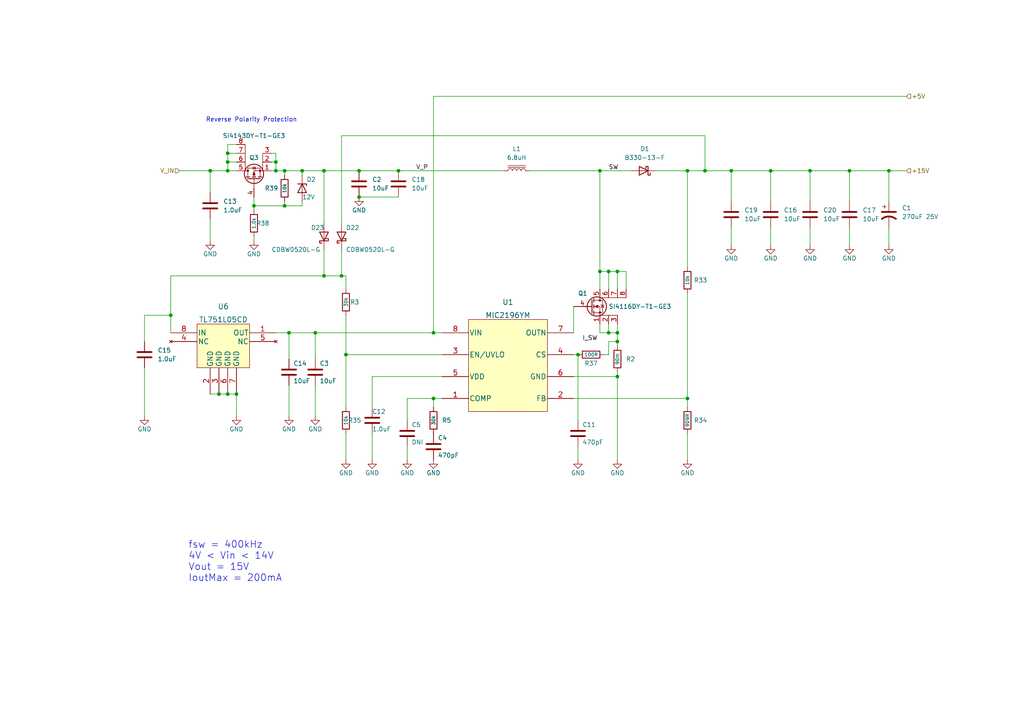
<source format=kicad_sch>
(kicad_sch (version 20211123) (generator eeschema)
  (paper "A4")
  (title_block (title "LED RING DRIVER") (date "2022-01-15") (rev "1.3") (company "SPARTAN 971"))
  (lib_symbols
    (symbol "Device:C" (pin_numbers hide) (pin_names (offset 0.254))
      (property "Reference" "C" (at 0.635 2.54 0))
      (property "Value" "C" (at 0.635 -2.54 0))
      (symbol "C_0_1"
        (polyline (pts (xy -2.032 -0.762) (xy 2.032 -0.762)) (stroke (width 0.508)))
        (polyline (pts (xy -2.032 0.762) (xy 2.032 0.762)) (stroke (width 0.508)))
      )
      (symbol "C_1_1"
        (pin passive line (at 0 3.81 270) (length 2.794) (name "~") (number "1"))
        (pin passive line (at 0 -3.81 90) (length 2.794) (name "~") (number "2"))
      )
    )
    (symbol "Device:C_Polarized_US" (pin_numbers hide) (pin_names (offset 0.254) hide)
      (property "Reference" "C20" (at 3.81 1.9051 0))
      (property "Value" "270uF 25V" (at 3.81 -0.6349 0))
      (symbol "C_Polarized_US_0_1"
        (polyline (pts (xy -2.032 0.762) (xy 2.032 0.762)) (stroke (width 0.508)))
        (polyline (pts (xy -1.778 2.286) (xy -0.762 2.286)))
        (polyline (pts (xy -1.27 1.778) (xy -1.27 2.794)))
        (arc (start 2.032 -1.27) (mid 0 -0.5572) (end -2.032 -1.27) (stroke (width 0.508)))
      )
      (symbol "C_Polarized_US_1_1"
        (pin passive line (at 0 -3.81 90) (length 3.302) (name "~") (number "N"))
        (pin passive line (at 0 3.81 270) (length 2.794) (name "~") (number "P"))
      )
    )
    (symbol "Device:D_Schottky" (pin_numbers hide) (pin_names (offset 1.016) hide)
      (property "Reference" "D" (at 0 2.54 0))
      (property "Value" "D_Schottky" (at 0 -2.54 0))
      (symbol "D_Schottky_0_1"
        (polyline (pts (xy 1.27 0) (xy -1.27 0)))
        (polyline (pts (xy 1.27 1.27) (xy 1.27 -1.27) (xy -1.27 0) (xy 1.27 1.27)) (stroke (width 0.254)))
        (polyline (pts (xy -1.905 0.635) (xy -1.905 1.27) (xy -1.27 1.27) (xy -1.27 -1.27) (xy -0.635 -1.27) (xy -0.635 -0.635)) (stroke (width 0.254)))
      )
      (symbol "D_Schottky_1_1"
        (pin passive line (at -3.81 0 0) (length 2.54) (name "K") (number "1"))
        (pin passive line (at 3.81 0 180) (length 2.54) (name "A") (number "2"))
      )
    )
    (symbol "Device:D_Zener" (pin_numbers hide) (pin_names (offset 1.016) hide)
      (property "Reference" "D" (at 0 2.54 0))
      (property "Value" "D_Zener" (at 0 -2.54 0))
      (symbol "D_Zener_0_1"
        (polyline (pts (xy 1.27 0) (xy -1.27 0)))
        (polyline (pts (xy -1.27 -1.27) (xy -1.27 1.27) (xy -0.762 1.27)) (stroke (width 0.254)))
        (polyline (pts (xy 1.27 -1.27) (xy 1.27 1.27) (xy -1.27 0) (xy 1.27 -1.27)) (stroke (width 0.254)))
      )
      (symbol "D_Zener_1_1"
        (pin passive line (at -3.81 0 0) (length 2.54) (name "K") (number "1"))
        (pin passive line (at 3.81 0 180) (length 2.54) (name "A") (number "2"))
      )
    )
    (symbol "Device:L_Iron" (pin_numbers hide) (pin_names (offset 1.016) hide)
      (property "Reference" "L" (at -1.27 0 90))
      (property "Value" "L_Iron" (at 2.794 0 90))
      (symbol "L_Iron_0_1"
        (arc (start 0 -2.54) (mid 0.635 -1.905) (end 0 -1.27))
        (arc (start 0 -1.27) (mid 0.635 -0.635) (end 0 0))
        (polyline (pts (xy 1.016 2.54) (xy 1.016 -2.54)))
        (polyline (pts (xy 1.524 -2.54) (xy 1.524 2.54)))
        (arc (start 0 0) (mid 0.635 0.635) (end 0 1.27))
        (arc (start 0 1.27) (mid 0.635 1.905) (end 0 2.54))
      )
      (symbol "L_Iron_1_1"
        (pin passive line (at 0 3.81 270) (length 1.27) (name "1") (number "1"))
        (pin passive line (at 0 -3.81 90) (length 1.27) (name "2") (number "2"))
      )
    )
    (symbol "Device:Q_NMOS_SGD" (pin_names (offset 0) hide)
      (property "Reference" "Q?" (at 6.35 1.2701 0))
      (property "Value" "SI4116DY-T1-GE3" (at 6.35 -1.2699 0))
      (symbol "Q_NMOS_SGD_0_1"
        (polyline (pts (xy 0.254 0) (xy -2.54 0)))
        (polyline (pts (xy 0.254 1.905) (xy 0.254 -1.905)) (stroke (width 0.254)))
        (polyline (pts (xy 0.762 -1.27) (xy 0.762 -2.286)) (stroke (width 0.254)))
        (polyline (pts (xy 0.762 0.508) (xy 0.762 -0.508)) (stroke (width 0.254)))
        (polyline (pts (xy 0.762 2.286) (xy 0.762 1.27)) (stroke (width 0.254)))
        (polyline (pts (xy 2.54 2.54) (xy 2.54 1.778)))
        (polyline (pts (xy 7.62 -2.54) (xy 2.54 -2.54)))
        (polyline (pts (xy 10.16 2.54) (xy 2.54 2.54)))
        (polyline (pts (xy 2.54 -2.54) (xy 2.54 0) (xy 0.762 0)))
        (polyline (pts (xy 0.762 -1.778) (xy 3.302 -1.778) (xy 3.302 1.778) (xy 0.762 1.778)))
        (polyline (pts (xy 1.016 0) (xy 2.032 0.381) (xy 2.032 -0.381) (xy 1.016 0)) (fill (type outline)))
        (polyline (pts (xy 2.794 0.508) (xy 2.921 0.381) (xy 3.683 0.381) (xy 3.81 0.254)))
        (polyline (pts (xy 3.302 0.381) (xy 2.921 -0.254) (xy 3.683 -0.254) (xy 3.302 0.381)))
        (circle (center 1.651 0) (radius 2.794) (stroke (width 0.254)))
        (circle (center 2.54 -1.778) (radius 0.254) (fill (type outline)))
        (circle (center 2.54 1.778) (radius 0.254) (fill (type outline)))
      )
      (symbol "Q_NMOS_SGD_1_1"
        (pin passive line (at 2.54 -5.08 90) (length 2.54) (name "S") (number "1"))
        (pin passive line (at 5.08 -5.08 90) (length 2.54) (name "S") (number "2"))
        (pin passive line (at 7.62 -5.08 90) (length 2.54) (name "S") (number "3"))
        (pin input line (at -5.08 0 0) (length 5.08) (name "G") (number "4"))
        (pin passive line (at 2.54 5.08 270) (length 2.54) (name "D") (number "5"))
        (pin passive line (at 5.08 5.08 270) (length 2.54) (name "D") (number "6"))
        (pin passive line (at 7.62 5.08 270) (length 2.54) (name "D") (number "7"))
        (pin passive line (at 10.16 5.08 270) (length 2.54) (name "D") (number "8"))
      )
    )
    (symbol "Device:Q_PMOS_SGD" (pin_names (offset 0) hide)
      (property "Reference" "Q?" (at 0 10.16 90))
      (property "Value" "Q_PMOS_SGD" (at 0 7.62 90))
      (symbol "Q_PMOS_SGD_0_1"
        (polyline (pts (xy 0.254 0) (xy -2.54 0)))
        (polyline (pts (xy 0.254 1.905) (xy 0.254 -1.905)) (stroke (width 0.254)))
        (polyline (pts (xy 0.762 -1.27) (xy 0.762 -2.286)) (stroke (width 0.254)))
        (polyline (pts (xy 0.762 0.508) (xy 0.762 -0.508)) (stroke (width 0.254)))
        (polyline (pts (xy 0.762 2.286) (xy 0.762 1.27)) (stroke (width 0.254)))
        (polyline (pts (xy 2.54 2.54) (xy 2.54 1.778)))
        (polyline (pts (xy 2.54 2.54) (xy 10.16 2.54)))
        (polyline (pts (xy 7.62 -2.54) (xy 2.54 -2.54)))
        (polyline (pts (xy 2.54 -2.54) (xy 2.54 0) (xy 0.762 0)))
        (polyline (pts (xy 0.762 1.778) (xy 3.302 1.778) (xy 3.302 -1.778) (xy 0.762 -1.778)))
        (polyline (pts (xy 2.286 0) (xy 1.27 0.381) (xy 1.27 -0.381) (xy 2.286 0)) (fill (type outline)))
        (polyline (pts (xy 2.794 -0.508) (xy 2.921 -0.381) (xy 3.683 -0.381) (xy 3.81 -0.254)))
        (polyline (pts (xy 3.302 -0.381) (xy 2.921 0.254) (xy 3.683 0.254) (xy 3.302 -0.381)))
        (circle (center 1.651 0) (radius 2.794) (stroke (width 0.254)))
        (circle (center 2.54 -1.778) (radius 0.254) (fill (type outline)))
        (circle (center 2.54 1.778) (radius 0.254) (fill (type outline)))
      )
      (symbol "Q_PMOS_SGD_1_1"
        (pin passive line (at 2.54 -5.08 90) (length 2.54) (name "S") (number "1"))
        (pin passive line (at 5.08 -5.08 90) (length 2.54) (name "S") (number "2"))
        (pin passive line (at 7.62 -5.08 90) (length 2.54) (name "S") (number "3"))
        (pin input line (at -5.08 0 0) (length 2.54) (name "G") (number "4"))
        (pin passive line (at 2.54 5.08 270) (length 2.54) (name "D") (number "5"))
        (pin passive line (at 5.08 5.08 270) (length 2.54) (name "D") (number "6"))
        (pin passive line (at 7.62 5.08 270) (length 2.54) (name "D") (number "7"))
        (pin passive line (at 10.16 5.08 270) (length 2.54) (name "D") (number "8"))
      )
    )
    (symbol "Device:R" (pin_numbers hide) (pin_names (offset 0))
      (property "Reference" "R" (at 2.032 0 90))
      (property "Value" "R" (at 0 0 90))
      (symbol "R_0_1"
        (rectangle (start -1.016 -2.54) (end 1.016 2.54) (stroke (width 0.254)))
      )
      (symbol "R_1_1"
        (pin passive line (at 0 3.81 270) (length 1.27) (name "~") (number "1"))
        (pin passive line (at 0 -3.81 90) (length 1.27) (name "~") (number "2"))
      )
    )
    (symbol "led-ring-driver:MIC2196YM" (pin_names (offset 0.254))
      (property "Reference" "U" (at 22.86 10.16 0))
      (property "Value" "MIC2196YM" (at 22.86 7.62 0))
      (symbol "MIC2196YM_1_1"
        (rectangle (start 7.62 3.81) (end 30.48 -22.86) (fill (type background)))
        (pin output line (at 0 -19.05 0) (length 7.62) (name "COMP") (number "1"))
        (pin input line (at 38.1 -19.05 180) (length 7.62) (name "FB") (number "2"))
        (pin input line (at 0 -6.35 0) (length 7.62) (name "EN/UVLO") (number "3"))
        (pin input line (at 38.1 -6.35 180) (length 7.62) (name "CS") (number "4"))
        (pin power_in line (at 0 -12.7 0) (length 7.62) (name "VDD") (number "5"))
        (pin power_in line (at 38.1 -12.7 180) (length 7.62) (name "GND") (number "6"))
        (pin output line (at 38.1 0 180) (length 7.62) (name "OUTN") (number "7"))
        (pin input line (at 0 0 0) (length 7.62) (name "VIN") (number "8"))
      )
    )
    (symbol "led-ring-driver:TL751L05CD" (pin_names (offset 0.254))
      (property "Reference" "U" (at -6.35 6.35 0))
      (property "Value" "TL751L05CD" (at 0 3.81 0))
      (symbol "TL751L05CD_1_1"
        (rectangle (start -7.62 2.54) (end 7.62 -10.16) (fill (type background)))
        (pin output line (at 15.24 0 180) (length 7.62) (name "OUT") (number "1"))
        (pin unspecified line (at -3.81 -17.78 90) (length 7.62) (name "GND") (number "2"))
        (pin unspecified line (at -1.27 -17.78 90) (length 7.62) (name "GND") (number "3"))
        (pin no_connect line (at -15.24 -2.54 0) (length 7.62) (name "NC") (number "4"))
        (pin no_connect line (at 15.24 -2.54 180) (length 7.62) (name "NC") (number "5"))
        (pin unspecified line (at 1.27 -17.78 90) (length 7.62) (name "GND") (number "6"))
        (pin unspecified line (at 3.81 -17.78 90) (length 7.62) (name "GND") (number "7"))
        (pin input line (at -15.24 0 0) (length 7.62) (name "IN") (number "8"))
      )
    )
    (symbol "power:GND" (power) (pin_names (offset 0))
      (property "Value" "GND" (at 0 -3.81 0))
      (symbol "GND_0_1"
        (polyline (pts (xy 0 0) (xy 0 -1.27) (xy 1.27 -1.27) (xy 0 -2.54) (xy -1.27 -1.27) (xy 0 -1.27)))
      )
      (symbol "GND_1_1"
        (pin power_in line (at 0 0 270) (length 0) hide (name "GND") (number "1"))
      )
    )
  )
  (junction (at 91.44 96.52))
  (junction (at 66.04 114.3))
  (junction (at 173.99 49.53))
  (junction (at 82.55 59.69))
  (junction (at 87.63 49.53))
  (junction (at 104.14 49.53))
  (junction (at 63.5 114.3))
  (junction (at 125.73 115.57))
  (junction (at 179.07 109.22))
  (junction (at 66.04 46.99))
  (junction (at 60.96 49.53))
  (junction (at 199.39 49.53))
  (junction (at 223.52 49.53))
  (junction (at 68.58 114.3))
  (junction (at 66.04 44.45))
  (junction (at 234.95 49.53))
  (junction (at 167.64 102.87))
  (junction (at 83.82 96.52))
  (junction (at 176.53 78.74))
  (junction (at 212.09 49.53))
  (junction (at 104.14 57.15))
  (junction (at 80.01 49.53))
  (junction (at 125.73 96.52))
  (junction (at 176.53 96.52))
  (junction (at 199.39 115.57))
  (junction (at 179.07 78.74))
  (junction (at 204.47 49.53))
  (junction (at 115.57 49.53))
  (junction (at 100.33 102.87))
  (junction (at 73.66 59.69))
  (junction (at 173.99 78.74))
  (junction (at 66.04 49.53))
  (junction (at 246.38 49.53))
  (junction (at 82.55 49.53))
  (junction (at 99.06 80.01))
  (junction (at 93.98 80.01))
  (junction (at 80.01 46.99))
  (junction (at 179.07 96.52))
  (junction (at 257.81 49.53))
  (junction (at 179.07 99.06))
  (junction (at 93.98 49.53))
  (junction (at 49.53 91.44))
  (wire (pts (xy 173.99 78.74) (xy 176.53 78.74)))
  (wire (pts (xy 93.98 64.77) (xy 93.98 49.53)))
  (wire (pts (xy 190.5 49.53) (xy 199.39 49.53)))
  (wire (pts (xy 223.52 66.04) (xy 223.52 71.12)))
  (wire (pts (xy 83.82 96.52) (xy 83.82 104.14)))
  (wire (pts (xy 199.39 125.73) (xy 199.39 133.35)))
  (wire (pts (xy 78.74 44.45) (xy 80.01 44.45)))
  (wire (pts (xy 91.44 96.52) (xy 91.44 104.14)))
  (wire (pts (xy 82.55 59.69) (xy 73.66 59.69)))
  (wire (pts (xy 41.91 106.68) (xy 41.91 120.65)))
  (wire (pts (xy 80.01 44.45) (xy 80.01 46.99)))
  (wire (pts (xy 49.53 80.01) (xy 93.98 80.01)))
  (wire (pts (xy 223.52 49.53) (xy 234.95 49.53)))
  (wire (pts (xy 99.06 64.77) (xy 99.06 39.37)))
  (wire (pts (xy 82.55 49.53) (xy 82.55 50.8)))
  (wire (pts (xy 73.66 69.85) (xy 73.66 68.58)))
  (wire (pts (xy 125.73 27.94) (xy 125.73 96.52)))
  (wire (pts (xy 104.14 49.53) (xy 115.57 49.53)))
  (wire (pts (xy 176.53 96.52) (xy 179.07 96.52)))
  (wire (pts (xy 234.95 66.04) (xy 234.95 71.12)))
  (wire (pts (xy 199.39 49.53) (xy 204.47 49.53)))
  (wire (pts (xy 115.57 49.53) (xy 146.05 49.53)))
  (wire (pts (xy 78.74 49.53) (xy 80.01 49.53)))
  (wire (pts (xy 176.53 78.74) (xy 179.07 78.74)))
  (wire (pts (xy 93.98 80.01) (xy 99.06 80.01)))
  (wire (pts (xy 91.44 96.52) (xy 125.73 96.52)))
  (wire (pts (xy 179.07 96.52) (xy 179.07 99.06)))
  (wire (pts (xy 63.5 114.3) (xy 66.04 114.3)))
  (wire (pts (xy 246.38 58.42) (xy 246.38 49.53)))
  (wire (pts (xy 87.63 58.42) (xy 87.63 59.69)))
  (wire (pts (xy 179.07 96.52) (xy 179.07 93.98)))
  (wire (pts (xy 166.37 102.87) (xy 167.64 102.87)))
  (wire (pts (xy 66.04 49.53) (xy 68.58 49.53)))
  (wire (pts (xy 223.52 58.42) (xy 223.52 49.53)))
  (wire (pts (xy 173.99 78.74) (xy 173.99 49.53)))
  (wire (pts (xy 87.63 49.53) (xy 93.98 49.53)))
  (wire (pts (xy 176.53 102.87) (xy 176.53 99.06)))
  (wire (pts (xy 73.66 59.69) (xy 73.66 60.96)))
  (wire (pts (xy 100.33 102.87) (xy 128.27 102.87)))
  (wire (pts (xy 99.06 72.39) (xy 99.06 80.01)))
  (wire (pts (xy 78.74 46.99) (xy 80.01 46.99)))
  (wire (pts (xy 68.58 114.3) (xy 68.58 120.65)))
  (wire (pts (xy 60.96 63.5) (xy 60.96 69.85)))
  (wire (pts (xy 100.33 80.01) (xy 100.33 83.82)))
  (wire (pts (xy 60.96 114.3) (xy 63.5 114.3)))
  (wire (pts (xy 167.64 129.54) (xy 167.64 133.35)))
  (wire (pts (xy 80.01 49.53) (xy 82.55 49.53)))
  (wire (pts (xy 41.91 99.06) (xy 41.91 91.44)))
  (wire (pts (xy 118.11 121.92) (xy 118.11 115.57)))
  (wire (pts (xy 52.07 49.53) (xy 60.96 49.53)))
  (wire (pts (xy 82.55 59.69) (xy 82.55 58.42)))
  (wire (pts (xy 66.04 44.45) (xy 68.58 44.45)))
  (wire (pts (xy 204.47 49.53) (xy 212.09 49.53)))
  (wire (pts (xy 107.95 133.35) (xy 107.95 125.73)))
  (wire (pts (xy 87.63 49.53) (xy 87.63 50.8)))
  (wire (pts (xy 179.07 107.95) (xy 179.07 109.22)))
  (wire (pts (xy 91.44 111.76) (xy 91.44 120.65)))
  (wire (pts (xy 199.39 85.09) (xy 199.39 115.57)))
  (wire (pts (xy 212.09 49.53) (xy 223.52 49.53)))
  (wire (pts (xy 234.95 49.53) (xy 234.95 58.42)))
  (wire (pts (xy 167.64 102.87) (xy 167.64 121.92)))
  (wire (pts (xy 257.81 66.04) (xy 257.81 71.12)))
  (wire (pts (xy 60.96 55.88) (xy 60.96 49.53)))
  (wire (pts (xy 82.55 49.53) (xy 87.63 49.53)))
  (wire (pts (xy 73.66 57.15) (xy 73.66 59.69)))
  (wire (pts (xy 93.98 72.39) (xy 93.98 80.01)))
  (wire (pts (xy 166.37 88.9) (xy 166.37 96.52)))
  (wire (pts (xy 212.09 66.04) (xy 212.09 71.12)))
  (wire (pts (xy 125.73 96.52) (xy 128.27 96.52)))
  (wire (pts (xy 173.99 96.52) (xy 176.53 96.52)))
  (wire (pts (xy 176.53 99.06) (xy 179.07 99.06)))
  (wire (pts (xy 66.04 114.3) (xy 68.58 114.3)))
  (wire (pts (xy 104.14 57.15) (xy 115.57 57.15)))
  (wire (pts (xy 49.53 91.44) (xy 49.53 80.01)))
  (wire (pts (xy 66.04 41.91) (xy 66.04 44.45)))
  (wire (pts (xy 83.82 96.52) (xy 91.44 96.52)))
  (wire (pts (xy 246.38 66.04) (xy 246.38 71.12)))
  (wire (pts (xy 80.01 96.52) (xy 83.82 96.52)))
  (wire (pts (xy 41.91 91.44) (xy 49.53 91.44)))
  (wire (pts (xy 66.04 44.45) (xy 66.04 46.99)))
  (wire (pts (xy 181.61 78.74) (xy 181.61 83.82)))
  (wire (pts (xy 107.95 118.11) (xy 107.95 109.22)))
  (wire (pts (xy 125.73 115.57) (xy 125.73 118.11)))
  (wire (pts (xy 166.37 115.57) (xy 199.39 115.57)))
  (wire (pts (xy 246.38 49.53) (xy 257.81 49.53)))
  (wire (pts (xy 99.06 80.01) (xy 100.33 80.01)))
  (wire (pts (xy 153.67 49.53) (xy 173.99 49.53)))
  (wire (pts (xy 100.33 102.87) (xy 100.33 118.11)))
  (wire (pts (xy 83.82 111.76) (xy 83.82 120.65)))
  (wire (pts (xy 199.39 49.53) (xy 199.39 77.47)))
  (wire (pts (xy 204.47 39.37) (xy 204.47 49.53)))
  (wire (pts (xy 179.07 78.74) (xy 181.61 78.74)))
  (wire (pts (xy 176.53 78.74) (xy 176.53 83.82)))
  (wire (pts (xy 66.04 46.99) (xy 66.04 49.53)))
  (wire (pts (xy 212.09 49.53) (xy 212.09 58.42)))
  (wire (pts (xy 100.33 91.44) (xy 100.33 102.87)))
  (wire (pts (xy 257.81 49.53) (xy 257.81 58.42)))
  (wire (pts (xy 199.39 115.57) (xy 199.39 118.11)))
  (wire (pts (xy 175.26 102.87) (xy 176.53 102.87)))
  (wire (pts (xy 257.81 49.53) (xy 262.89 49.53)))
  (wire (pts (xy 128.27 115.57) (xy 125.73 115.57)))
  (wire (pts (xy 99.06 39.37) (xy 204.47 39.37)))
  (wire (pts (xy 166.37 109.22) (xy 179.07 109.22)))
  (wire (pts (xy 82.55 59.69) (xy 87.63 59.69)))
  (wire (pts (xy 173.99 83.82) (xy 173.99 78.74)))
  (wire (pts (xy 179.07 109.22) (xy 179.07 133.35)))
  (wire (pts (xy 179.07 99.06) (xy 179.07 100.33)))
  (wire (pts (xy 173.99 49.53) (xy 182.88 49.53)))
  (wire (pts (xy 60.96 49.53) (xy 66.04 49.53)))
  (wire (pts (xy 107.95 109.22) (xy 128.27 109.22)))
  (wire (pts (xy 118.11 115.57) (xy 125.73 115.57)))
  (wire (pts (xy 68.58 41.91) (xy 66.04 41.91)))
  (wire (pts (xy 118.11 129.54) (xy 118.11 133.35)))
  (wire (pts (xy 49.53 96.52) (xy 49.53 91.44)))
  (wire (pts (xy 179.07 78.74) (xy 179.07 83.82)))
  (wire (pts (xy 173.99 93.98) (xy 173.99 96.52)))
  (wire (pts (xy 234.95 49.53) (xy 246.38 49.53)))
  (wire (pts (xy 80.01 46.99) (xy 80.01 49.53)))
  (wire (pts (xy 66.04 46.99) (xy 68.58 46.99)))
  (wire (pts (xy 93.98 49.53) (xy 104.14 49.53)))
  (wire (pts (xy 100.33 125.73) (xy 100.33 133.35)))
  (wire (pts (xy 176.53 93.98) (xy 176.53 96.52)))
  (wire (pts (xy 262.89 27.94) (xy 125.73 27.94)))
  (text "Reverse Polarity Protection" (at 59.69 35.56 0) (effects (font (size 1.27 1.27)) (justify left bottom)))
  (text "fsw = 400kHz\n4V < Vin < 14V\nVout = 15V\nIoutMax = 200mA" (at 54.61 168.91 0) (effects (font (size 2 2)) (justify left bottom)))
  (label "I_SW" (at 168.91 99.06 0))
  (label "V_P" (at 120.65 49.53 0))
  (label "SW" (at 176.53 49.53 0))
  (hierarchical_label "+15V" (shape input) (at 262.89 49.53 0))
  (hierarchical_label "+5V" (shape input) (at 262.89 27.94 0))
  (hierarchical_label "V_IN" (shape input) (at 52.07 49.53 180))
  (symbol (lib_id "power:GND") (at 41.91 120.65 0) (unit 1)
    (property "Reference" "#PWR0114" (effects hide))
    (property "Value" "GND" (at 41.91 124.46 0))
  )
  (symbol (lib_id "power:GND") (at 83.82 120.65 0) (unit 1)
    (property "Reference" "#PWR0113" (effects hide))
    (property "Value" "GND" (at 83.82 124.46 0))
  )
  (symbol (lib_id "Device:C") (at 104.14 53.34 0) (unit 1)
    (property "Reference" "C2" (at 107.95 52.0699 0) (effects (justify left)))
    (property "Value" "10uF" (at 107.95 54.6099 0) (effects (justify left)))
    (property "Footprint" "Capacitor_SMD:C_1206_3216Metric" (effects hide))
    (property "Datasheet" "https://ds.yuden.co.jp/TYCOMPAS/ut/detail?pn=MSAST319LB5106MTNA01&u=M" (effects hide))
    (property "MFG" "Taiyo Yuden" (effects hide))
    (property "P/N" "TMK316ABJ106MD-T" (effects hide))
  )
  (symbol (lib_id "Device:C") (at 125.73 129.54 0) (unit 1)
    (property "Reference" "C4" (at 127 127 0) (effects (justify left)))
    (property "Value" "470pF" (at 127 132.08 0) (effects (justify left)))
    (property "Footprint" "Capacitor_SMD:C_0805_2012Metric" (effects hide))
    (property "MFG" "KYOCERA AVX" (effects hide))
    (property "P/N" "08055A471JAT2A" (effects hide))
  )
  (symbol (lib_id "Device:C_Polarized_US") (at 257.81 62.23 0) (unit 1)
    (property "Reference" "C1" (at 261.62 60.3249 0) (effects (justify left)))
    (property "Value" "270uF 25V" (at 261.62 62.8649 0) (effects (justify left)))
    (property "Footprint" "led-ring-driver:CAPPRD500W60D1000H950" (effects hide))
    (property "Datasheet" "https://industrial.panasonic.com/cdbs/www-data/pdf/RDD0000/RDD0000C1240.pdf" (effects hide))
    (property "MFG" "Panasonic" (effects hide))
    (property "P/N" "EEH-AZF1E271" (effects hide))
  )
  (symbol (lib_id "power:GND") (at 60.96 69.85 0) (unit 1)
    (property "Reference" "#PWR02" (effects hide))
    (property "Value" "GND" (at 60.96 73.66 0))
  )
  (symbol (lib_id "power:GND") (at 73.66 69.85 0) (unit 1)
    (property "Reference" "#PWR03" (effects hide))
    (property "Value" "GND" (at 73.66 73.66 0))
  )
  (symbol (lib_id "Device:R") (at 100.33 87.63 0) (unit 1)
    (property "Reference" "R3" (at 102.87 87.63 0))
    (property "Value" "30k" (at 100.33 87.63 90) (effects (font (size 1 1))))
    (property "Footprint" "Resistor_SMD:R_0805_2012Metric" (effects hide))
    (property "MFG" "Stackpole Electronics" (effects hide))
    (property "P/N" "RMCF0805FT30K0" (effects hide))
  )
  (symbol (lib_id "Device:R") (at 199.39 121.92 0) (unit 1)
    (property "Reference" "R34" (at 203.2 121.92 0))
    (property "Value" "909R" (at 199.39 121.92 90) (effects (font (size 1 1))))
    (property "Footprint" "Resistor_SMD:R_0805_2012Metric" (effects hide))
    (property "MFG" "Stackpole Electronics Inc" (effects hide))
    (property "P/N" "RMCF0805FT909R" (effects hide))
  )
  (symbol (lib_id "power:GND") (at 246.38 71.12 0) (unit 1)
    (property "Reference" "#PWR016" (effects hide))
    (property "Value" "GND" (at 246.38 74.93 0))
  )
  (symbol (lib_id "Device:R") (at 82.55 54.61 0) (unit 1)
    (property "Reference" "R39" (at 78.74 54.61 0))
    (property "Value" "10k" (at 82.55 54.61 90) (effects (font (size 1 1))))
    (property "Footprint" "Resistor_SMD:R_0805_2012Metric" (effects hide))
    (property "MFG" "Stackpole Electronics Inc" (effects hide))
    (property "P/N" "RMCF0805FT10K0" (effects hide))
  )
  (symbol (lib_id "Device:C") (at 234.95 62.23 0) (unit 1)
    (property "Reference" "C20" (at 238.76 60.9599 0) (effects (justify left)))
    (property "Value" "10uF" (at 238.76 63.4999 0) (effects (justify left)))
    (property "Footprint" "Capacitor_SMD:C_1206_3216Metric" (effects hide))
    (property "Datasheet" "https://ds.yuden.co.jp/TYCOMPAS/ut/detail?pn=MSAST319LB5106MTNA01&u=M" (effects hide))
    (property "MFG" "Taiyo Yuden" (effects hide))
    (property "P/N" "TMK316ABJ106MD-T" (effects hide))
  )
  (symbol (lib_id "Device:C") (at 41.91 102.87 0) (unit 1)
    (property "Reference" "C15" (at 45.72 101.5999 0) (effects (justify left)))
    (property "Value" "1.0uF" (at 45.72 104.1399 0) (effects (justify left)))
    (property "Footprint" "Capacitor_SMD:C_0805_2012Metric" (effects hide))
    (property "MFG" "TDK Corporation" (effects hide))
    (property "P/N" "X7R1E105K125AB" (effects hide))
  )
  (symbol (lib_id "Device:C") (at 83.82 107.95 0) (unit 1)
    (property "Reference" "C14" (at 85.09 105.41 0) (effects (justify left)))
    (property "Value" "10uF" (at 85.09 110.49 0) (effects (justify left)))
    (property "Footprint" "Capacitor_SMD:C_1206_3216Metric" (effects hide))
    (property "Datasheet" "https://ds.yuden.co.jp/TYCOMPAS/ut/detail?pn=MSAST319LB5106MTNA01&u=M" (effects hide))
    (property "MFG" "Taiyo Yuden" (effects hide))
    (property "P/N" "TMK316ABJ106MD-T" (effects hide))
  )
  (symbol (lib_id "power:GND") (at 125.73 133.35 0) (unit 1)
    (property "Reference" "#PWR010" (effects hide))
    (property "Value" "GND" (at 125.73 137.16 0))
  )
  (symbol (lib_id "power:GND") (at 223.52 71.12 0) (unit 1)
    (property "Reference" "#PWR014" (effects hide))
    (property "Value" "GND" (at 223.52 74.93 0))
  )
  (symbol (lib_id "Device:D_Schottky") (at 186.69 49.53 180) (unit 1)
    (property "Reference" "D1" (at 187.0075 43.18 0))
    (property "Value" "B330-13-F" (at 187.0075 45.72 0))
    (property "Footprint" "Diode_SMD:D_SMC" (effects hide))
    (property "Datasheet" "https://www.diodes.com/assets/Datasheets/ds30923.pdf" (effects hide))
    (property "MFG" "Diodes Inc" (effects hide))
    (property "P/N" "B330-13-F" (effects hide))
  )
  (symbol (lib_id "Device:R") (at 73.66 64.77 0) (unit 1)
    (property "Reference" "R38" (at 76.2 64.77 0))
    (property "Value" "1.0k" (at 73.66 64.77 90) (effects (font (size 1 1))))
    (property "Footprint" "Resistor_SMD:R_0805_2012Metric" (effects hide))
    (property "MFG" "Stackpole Electronics Inc" (effects hide))
    (property "P/N" "RMCF0805FT1K00" (effects hide))
  )
  (symbol (lib_id "Device:C") (at 223.52 62.23 0) (unit 1)
    (property "Reference" "C16" (at 227.33 60.9599 0) (effects (justify left)))
    (property "Value" "10uF" (at 227.33 63.4999 0) (effects (justify left)))
    (property "Footprint" "Capacitor_SMD:C_1206_3216Metric" (effects hide))
    (property "Datasheet" "https://ds.yuden.co.jp/TYCOMPAS/ut/detail?pn=MSAST319LB5106MTNA01&u=M" (effects hide))
    (property "MFG" "Taiyo Yuden" (effects hide))
    (property "P/N" "TMK316ABJ106MD-T" (effects hide))
  )
  (symbol (lib_id "power:GND") (at 68.58 120.65 0) (unit 1)
    (property "Reference" "#PWR04" (effects hide))
    (property "Value" "GND" (at 68.58 124.46 0))
  )
  (symbol (lib_id "led-ring-driver:TL751L05CD") (at 64.77 96.52 0) (unit 1)
    (property "Reference" "U6" (at 64.77 88.9 0) (effects (font (size 1.524 1.524))))
    (property "Value" "TL751L05CD" (at 64.77 92.71 0) (effects (font (size 1.524 1.524))))
    (property "Footprint" "Package_SO:SO-8_3.9x4.9mm_P1.27mm" (effects hide))
    (property "Datasheet" "https://www.ti.com/lit/ds/slvs017u/slvs017u.pdf" (effects hide))
    (property "MFG" "Texas Instruments" (effects hide))
    (property "P/N" "TL751L05CD" (effects hide))
  )
  (symbol (lib_id "Device:C") (at 212.09 62.23 0) (unit 1)
    (property "Reference" "C19" (at 215.9 60.9599 0) (effects (justify left)))
    (property "Value" "10uF" (at 215.9 63.4999 0) (effects (justify left)))
    (property "Footprint" "Capacitor_SMD:C_1206_3216Metric" (effects hide))
    (property "Datasheet" "https://ds.yuden.co.jp/TYCOMPAS/ut/detail?pn=MSAST319LB5106MTNA01&u=M" (effects hide))
    (property "MFG" "Taiyo Yuden" (effects hide))
    (property "P/N" "TMK316ABJ106MD-T" (effects hide))
  )
  (symbol (lib_id "Device:Q_PMOS_SGD") (at 73.66 52.07 90) (unit 1)
    (property "Reference" "Q3" (at 73.66 45.72 90))
    (property "Value" "SI4143DY-T1-GE3" (at 73.66 39.37 90))
    (property "Footprint" "Package_SO:SOIC-8_3.9x4.9mm_P1.27mm" (effects hide))
    (property "Datasheet" "https://www.vishay.com/docs/63242/si4143dy.pdf" (effects hide))
    (property "MFG" "Vishay" (effects hide))
    (property "P/N" "SI4143DY-T1-GE3" (effects hide))
  )
  (symbol (lib_id "Device:R") (at 179.07 104.14 0) (unit 1)
    (property "Reference" "R2" (at 182.88 104.14 0))
    (property "Value" "90m" (at 179.07 104.14 90) (effects (font (size 1 1))))
    (property "Footprint" "Resistor_SMD:R_1206_3216Metric" (effects hide))
    (property "MFG" "Vishay Dale" (effects hide))
    (property "P/N" "WSL1206R0900FEA" (effects hide))
  )
  (symbol (lib_id "Device:C") (at 118.11 125.73 0) (unit 1)
    (property "Reference" "C5" (at 119.38 123.19 0) (effects (justify left)))
    (property "Value" "DNI" (at 119.38 128.27 0) (effects (justify left)))
    (property "Footprint" "Capacitor_SMD:C_0805_2012Metric" (effects hide))
  )
  (symbol (lib_id "power:GND") (at 199.39 133.35 0) (unit 1)
    (property "Reference" "#PWR012" (effects hide))
    (property "Value" "GND" (at 199.39 137.16 0))
  )
  (symbol (lib_id "Device:C") (at 60.96 59.69 0) (unit 1)
    (property "Reference" "C13" (at 64.77 58.4199 0) (effects (justify left)))
    (property "Value" "1.0uF" (at 64.77 60.9599 0) (effects (justify left)))
    (property "Footprint" "Capacitor_SMD:C_0805_2012Metric" (effects hide))
    (property "MFG" "TDK Corporation" (effects hide))
    (property "P/N" "X7R1E105K125AB" (effects hide))
  )
  (symbol (lib_id "Device:C") (at 115.57 53.34 0) (unit 1)
    (property "Reference" "C18" (at 119.38 52.0699 0) (effects (justify left)))
    (property "Value" "10uF" (at 119.38 54.6099 0) (effects (justify left)))
    (property "Footprint" "Capacitor_SMD:C_1206_3216Metric" (effects hide))
    (property "Datasheet" "https://ds.yuden.co.jp/TYCOMPAS/ut/detail?pn=MSAST319LB5106MTNA01&u=M" (effects hide))
    (property "MFG" "Taiyo Yuden" (effects hide))
    (property "P/N" "TMK316ABJ106MD-T" (effects hide))
  )
  (symbol (lib_id "Device:C") (at 107.95 121.92 0) (unit 1)
    (property "Reference" "C12" (at 107.95 119.38 0) (effects (justify left)))
    (property "Value" "1.0uF" (at 107.95 124.46 0) (effects (justify left)))
    (property "Footprint" "Capacitor_SMD:C_0805_2012Metric" (effects hide))
    (property "MFG" "TDK Corporation" (effects hide))
    (property "P/N" "X7R1E105K125AB" (effects hide))
  )
  (symbol (lib_id "Device:L_Iron") (at 149.86 49.53 90) (unit 1)
    (property "Reference" "L1" (at 149.86 43.18 90))
    (property "Value" "6.8uH" (at 149.86 45.72 90))
    (property "Footprint" "led-ring-driver:SRP3020C-1R0M" (effects hide))
    (property "Datasheet" "https://www.bourns.com/docs/product-datasheets/srp3020c.pdf" (effects hide))
    (property "MFG" "Bourns" (effects hide))
    (property "P/N" "SRP3020C-6R8M" (effects hide))
  )
  (symbol (lib_id "Device:D_Schottky") (at 99.06 68.58 90) (unit 1)
    (property "Reference" "D22" (at 100.33 66.04 90) (effects (justify right)))
    (property "Value" "CDBW0520L-G" (at 100.33 72.39 90) (effects (justify right)))
    (property "Footprint" "Diode_SMD:D_SOD-123" (effects hide))
    (property "Datasheet" "https://www.comchiptech.com/admin/files/product/CDBW0520L-HF%20Thru824572.%20CDBW0540-HF%20RevA.pdf" (effects hide))
    (property "MFG" "Comchip" (effects hide))
    (property "P/N" "CDBW0520L-G" (effects hide))
  )
  (symbol (lib_id "led-ring-driver:MIC2196YM") (at 128.27 96.52 0) (unit 1)
    (property "Reference" "U1" (at 147.32 87.63 0) (effects (font (size 1.524 1.524))))
    (property "Value" "MIC2196YM" (at 147.32 91.44 0) (effects (font (size 1.524 1.524))))
    (property "Footprint" "Package_SO:SO-8_3.9x4.9mm_P1.27mm" (effects hide))
    (property "Datasheet" "https://ww1.microchip.com/downloads/en/DeviceDoc/mic2196.pdf" (effects hide))
    (property "MFG" "Microchip" (effects hide))
    (property "P/N" "MIC2196YM" (effects hide))
  )
  (symbol (lib_id "Device:R") (at 171.45 102.87 90) (unit 1)
    (property "Reference" "R37" (at 171.45 105.41 90))
    (property "Value" "100R" (at 171.45 102.87 90) (effects (font (size 1 1))))
    (property "Footprint" "Resistor_SMD:R_0805_2012Metric" (effects hide))
    (property "MFG" "Stackpole Electronics Inc" (effects hide))
    (property "P/N" "RMCF0805FT100R" (effects hide))
  )
  (symbol (lib_id "power:GND") (at 118.11 133.35 0) (unit 1)
    (property "Reference" "#PWR0115" (effects hide))
    (property "Value" "GND" (at 118.11 137.16 0))
  )
  (symbol (lib_id "power:GND") (at 167.64 133.35 0) (unit 1)
    (property "Reference" "#PWR01" (effects hide))
    (property "Value" "GND" (at 167.64 137.16 0))
  )
  (symbol (lib_id "power:GND") (at 234.95 71.12 0) (unit 1)
    (property "Reference" "#PWR015" (effects hide))
    (property "Value" "GND" (at 234.95 74.93 0))
  )
  (symbol (lib_id "power:GND") (at 104.14 57.15 0) (unit 1)
    (property "Reference" "#PWR07" (effects hide))
    (property "Value" "GND" (at 104.14 60.96 0))
  )
  (symbol (lib_id "Device:R") (at 125.73 121.92 0) (unit 1)
    (property "Reference" "R5" (at 129.54 121.92 0))
    (property "Value" "30k" (at 125.73 121.92 90) (effects (font (size 1 1))))
    (property "Footprint" "Resistor_SMD:R_0805_2012Metric" (effects hide))
    (property "MFG" "Stackpole Electronics" (effects hide))
    (property "P/N" "RMCF0805FT30K0" (effects hide))
  )
  (symbol (lib_id "power:GND") (at 212.09 71.12 0) (unit 1)
    (property "Reference" "#PWR013" (effects hide))
    (property "Value" "GND" (at 212.09 74.93 0))
  )
  (symbol (lib_id "power:GND") (at 91.44 120.65 0) (unit 1)
    (property "Reference" "#PWR06" (effects hide))
    (property "Value" "GND" (at 91.44 124.46 0))
  )
  (symbol (lib_id "Device:D_Schottky") (at 93.98 68.58 90) (unit 1)
    (property "Reference" "D23" (at 90.17 66.04 90) (effects (justify right)))
    (property "Value" "CDBW0520L-G" (at 78.74 72.39 90) (effects (justify right)))
    (property "Footprint" "Diode_SMD:D_SOD-123" (effects hide))
    (property "Datasheet" "https://www.comchiptech.com/admin/files/product/CDBW0520L-HF%20Thru824572.%20CDBW0540-HF%20RevA.pdf" (effects hide))
    (property "MFG" "Comchip" (effects hide))
    (property "P/N" "CDBW0520L-G" (effects hide))
  )
  (symbol (lib_id "Device:D_Zener") (at 87.63 54.61 270) (unit 1)
    (property "Reference" "D2" (at 88.9 52.07 90) (effects (justify left)))
    (property "Value" "12V" (at 87.63 57.15 90) (effects (justify left)))
    (property "Footprint" "Diode_SMD:D_SMB" (effects hide))
    (property "Datasheet" "https://www.mccsemi.com/pdf/Products/SMBJ5338B-SMBJ5388B(SMB).pdf" (effects hide))
    (property "MFG" "Micro Commercial" (effects hide))
    (property "P/N" "SMBJ5349B-TP" (effects hide))
  )
  (symbol (lib_id "power:GND") (at 100.33 133.35 0) (unit 1)
    (property "Reference" "#PWR08" (effects hide))
    (property "Value" "GND" (at 100.33 137.16 0))
  )
  (symbol (lib_id "Device:R") (at 100.33 121.92 0) (unit 1)
    (property "Reference" "R35" (at 102.87 121.92 0))
    (property "Value" "10k" (at 100.33 121.92 90) (effects (font (size 1 1))))
    (property "Footprint" "Resistor_SMD:R_0805_2012Metric" (effects hide))
    (property "MFG" "Stackpole Electronics Inc" (effects hide))
    (property "P/N" "RMCF0805FT10K0" (effects hide))
  )
  (symbol (lib_id "Device:C") (at 246.38 62.23 0) (unit 1)
    (property "Reference" "C17" (at 250.19 60.9599 0) (effects (justify left)))
    (property "Value" "10uF" (at 250.19 63.4999 0) (effects (justify left)))
    (property "Footprint" "Capacitor_SMD:C_1206_3216Metric" (effects hide))
    (property "Datasheet" "https://ds.yuden.co.jp/TYCOMPAS/ut/detail?pn=MSAST319LB5106MTNA01&u=M" (effects hide))
    (property "MFG" "Taiyo Yuden" (effects hide))
    (property "P/N" "TMK316ABJ106MD-T" (effects hide))
  )
  (symbol (lib_id "power:GND") (at 179.07 133.35 0) (unit 1)
    (property "Reference" "#PWR011" (effects hide))
    (property "Value" "GND" (at 179.07 137.16 0))
  )
  (symbol (lib_id "Device:Q_NMOS_SGD") (at 171.45 88.9 0) (unit 1)
    (property "Reference" "Q1" (at 167.64 85.09 0) (effects (justify left)))
    (property "Value" "SI4116DY-T1-GE3" (at 176.53 88.9 0) (effects (justify left)))
    (property "Footprint" "Package_SO:SO-8_3.9x4.9mm_P1.27mm" (effects hide))
    (property "Datasheet" "https://www.vishay.com/docs/69837/si4116dy.pdf" (effects hide))
    (property "MFG" "Vishay" (effects hide))
    (property "P/N" "SI4116DY-T1-GE3" (effects hide))
  )
  (symbol (lib_id "Device:C") (at 91.44 107.95 0) (unit 1)
    (property "Reference" "C3" (at 92.71 105.41 0) (effects (justify left)))
    (property "Value" "10uF" (at 92.71 110.49 0) (effects (justify left)))
    (property "Footprint" "Capacitor_SMD:C_1206_3216Metric" (effects hide))
    (property "Datasheet" "https://ds.yuden.co.jp/TYCOMPAS/ut/detail?pn=MSAST319LB5106MTNA01&u=M" (effects hide))
    (property "MFG" "Taiyo Yuden" (effects hide))
    (property "P/N" "TMK316ABJ106MD-T" (effects hide))
  )
  (symbol (lib_id "Device:R") (at 199.39 81.28 0) (unit 1)
    (property "Reference" "R33" (at 203.2 81.28 0))
    (property "Value" "10k" (at 199.39 81.28 90) (effects (font (size 1 1))))
    (property "Footprint" "Resistor_SMD:R_0805_2012Metric" (effects hide))
    (property "MFG" "Stackpole Electronics Inc" (effects hide))
    (property "P/N" "RMCF0805FT10K0" (effects hide))
  )
  (symbol (lib_id "power:GND") (at 107.95 133.35 0) (unit 1)
    (property "Reference" "#PWR09" (effects hide))
    (property "Value" "GND" (at 107.95 137.16 0))
  )
  (symbol (lib_id "Device:C") (at 167.64 125.73 0) (unit 1)
    (property "Reference" "C11" (at 168.91 123.19 0) (effects (justify left)))
    (property "Value" "470pF" (at 168.91 128.27 0) (effects (justify left)))
    (property "Footprint" "Capacitor_SMD:C_0805_2012Metric" (effects hide))
    (property "MFG" "KYOCERA AVX" (effects hide))
    (property "P/N" "08055A471JAT2A" (effects hide))
  )
  (symbol (lib_id "power:GND") (at 257.81 71.12 0) (unit 1)
    (property "Reference" "#PWR05" (effects hide))
    (property "Value" "GND" (at 257.81 74.93 0))
  )
)
</source>
